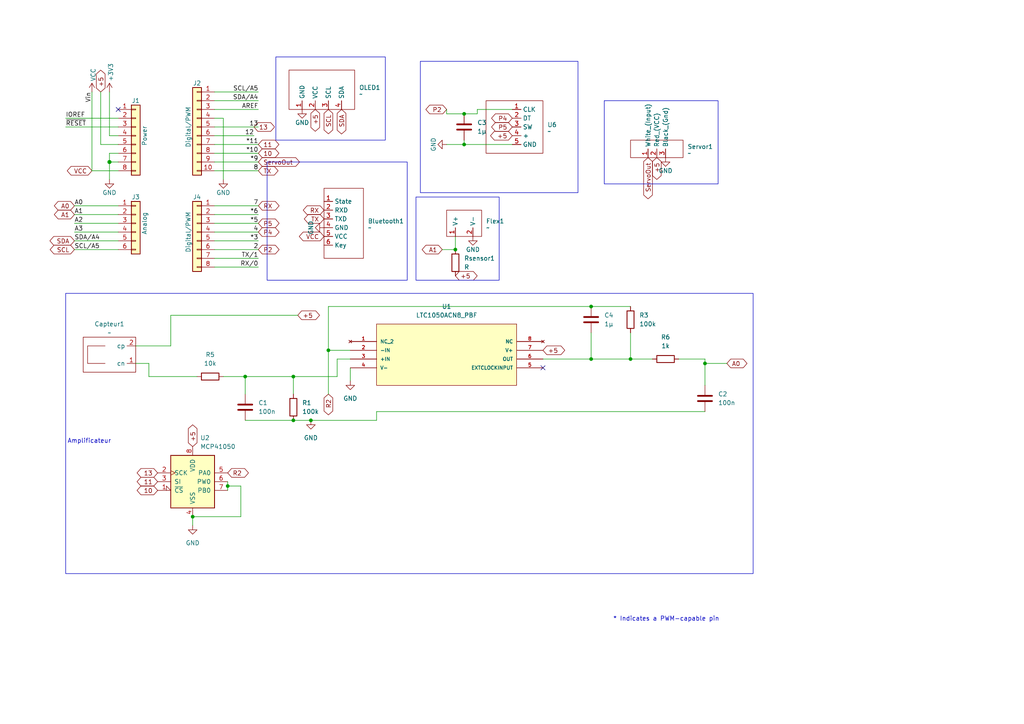
<source format=kicad_sch>
(kicad_sch (version 20231120) (generator "eeschema") (generator_version "8.0")
  (paper "A4")
  (title_block (date "mar. 31 mars 2015"))
  (lib_symbols
    (symbol "Connector_Generic:Conn_01x06" (pin_names (offset 1.016) hide)
      (property "Reference" "J" (at 0 7.62 0))
      (property "Value" "Conn_01x06" (at 0 -10.16 0))
      (symbol "Conn_01x06_1_1"
        (rectangle (start -1.27 -7.493) (end 0 -7.747) (stroke (width 0.1524)))
        (rectangle (start -1.27 -4.953) (end 0 -5.207) (stroke (width 0.1524)))
        (rectangle (start -1.27 -2.413) (end 0 -2.667) (stroke (width 0.1524)))
        (rectangle (start -1.27 0.127) (end 0 -0.127) (stroke (width 0.1524)))
        (rectangle (start -1.27 2.667) (end 0 2.413) (stroke (width 0.1524)))
        (rectangle (start -1.27 5.207) (end 0 4.953) (stroke (width 0.1524)))
        (rectangle (start -1.27 6.35) (end 1.27 -8.89) (stroke (width 0.254)) (fill (type background)))
        (pin passive line (at -5.08 5.08 0) (length 3.81) (name "Pin_1") (number "1"))
        (pin passive line (at -5.08 2.54 0) (length 3.81) (name "Pin_2") (number "2"))
        (pin passive line (at -5.08 0 0) (length 3.81) (name "Pin_3") (number "3"))
        (pin passive line (at -5.08 -2.54 0) (length 3.81) (name "Pin_4") (number "4"))
        (pin passive line (at -5.08 -5.08 0) (length 3.81) (name "Pin_5") (number "5"))
        (pin passive line (at -5.08 -7.62 0) (length 3.81) (name "Pin_6") (number "6"))
      )
    )
    (symbol "Connector_Generic:Conn_01x08" (pin_names (offset 1.016) hide)
      (property "Reference" "J" (at 0 10.16 0))
      (property "Value" "Conn_01x08" (at 0 -12.7 0))
      (symbol "Conn_01x08_1_1"
        (rectangle (start -1.27 -10.033) (end 0 -10.287) (stroke (width 0.1524)))
        (rectangle (start -1.27 -7.493) (end 0 -7.747) (stroke (width 0.1524)))
        (rectangle (start -1.27 -4.953) (end 0 -5.207) (stroke (width 0.1524)))
        (rectangle (start -1.27 -2.413) (end 0 -2.667) (stroke (width 0.1524)))
        (rectangle (start -1.27 0.127) (end 0 -0.127) (stroke (width 0.1524)))
        (rectangle (start -1.27 2.667) (end 0 2.413) (stroke (width 0.1524)))
        (rectangle (start -1.27 5.207) (end 0 4.953) (stroke (width 0.1524)))
        (rectangle (start -1.27 7.747) (end 0 7.493) (stroke (width 0.1524)))
        (rectangle (start -1.27 8.89) (end 1.27 -11.43) (stroke (width 0.254)) (fill (type background)))
        (pin passive line (at -5.08 7.62 0) (length 3.81) (name "Pin_1") (number "1"))
        (pin passive line (at -5.08 5.08 0) (length 3.81) (name "Pin_2") (number "2"))
        (pin passive line (at -5.08 2.54 0) (length 3.81) (name "Pin_3") (number "3"))
        (pin passive line (at -5.08 0 0) (length 3.81) (name "Pin_4") (number "4"))
        (pin passive line (at -5.08 -2.54 0) (length 3.81) (name "Pin_5") (number "5"))
        (pin passive line (at -5.08 -5.08 0) (length 3.81) (name "Pin_6") (number "6"))
        (pin passive line (at -5.08 -7.62 0) (length 3.81) (name "Pin_7") (number "7"))
        (pin passive line (at -5.08 -10.16 0) (length 3.81) (name "Pin_8") (number "8"))
      )
    )
    (symbol "Connector_Generic:Conn_01x10" (pin_names (offset 1.016) hide)
      (property "Reference" "J" (at 0 12.7 0))
      (property "Value" "Conn_01x10" (at 0 -15.24 0))
      (symbol "Conn_01x10_1_1"
        (rectangle (start -1.27 -12.573) (end 0 -12.827) (stroke (width 0.1524)))
        (rectangle (start -1.27 -10.033) (end 0 -10.287) (stroke (width 0.1524)))
        (rectangle (start -1.27 -7.493) (end 0 -7.747) (stroke (width 0.1524)))
        (rectangle (start -1.27 -4.953) (end 0 -5.207) (stroke (width 0.1524)))
        (rectangle (start -1.27 -2.413) (end 0 -2.667) (stroke (width 0.1524)))
        (rectangle (start -1.27 0.127) (end 0 -0.127) (stroke (width 0.1524)))
        (rectangle (start -1.27 2.667) (end 0 2.413) (stroke (width 0.1524)))
        (rectangle (start -1.27 5.207) (end 0 4.953) (stroke (width 0.1524)))
        (rectangle (start -1.27 7.747) (end 0 7.493) (stroke (width 0.1524)))
        (rectangle (start -1.27 10.287) (end 0 10.033) (stroke (width 0.1524)))
        (rectangle (start -1.27 11.43) (end 1.27 -13.97) (stroke (width 0.254)) (fill (type background)))
        (pin passive line (at -5.08 10.16 0) (length 3.81) (name "Pin_1") (number "1"))
        (pin passive line (at -5.08 -12.7 0) (length 3.81) (name "Pin_10") (number "10"))
        (pin passive line (at -5.08 7.62 0) (length 3.81) (name "Pin_2") (number "2"))
        (pin passive line (at -5.08 5.08 0) (length 3.81) (name "Pin_3") (number "3"))
        (pin passive line (at -5.08 2.54 0) (length 3.81) (name "Pin_4") (number "4"))
        (pin passive line (at -5.08 0 0) (length 3.81) (name "Pin_5") (number "5"))
        (pin passive line (at -5.08 -2.54 0) (length 3.81) (name "Pin_6") (number "6"))
        (pin passive line (at -5.08 -5.08 0) (length 3.81) (name "Pin_7") (number "7"))
        (pin passive line (at -5.08 -7.62 0) (length 3.81) (name "Pin_8") (number "8"))
        (pin passive line (at -5.08 -10.16 0) (length 3.81) (name "Pin_9") (number "9"))
      )
    )
    (symbol "Device:C" (pin_numbers hide) (pin_names (offset 0.254))
      (property "Reference" "C" (at 0.635 2.54 0))
      (property "Value" "C" (at 0.635 -2.54 0))
      (symbol "C_0_1"
        (polyline (pts (xy -2.032 -0.762) (xy 2.032 -0.762)) (stroke (width 0.508)))
        (polyline (pts (xy -2.032 0.762) (xy 2.032 0.762)) (stroke (width 0.508)))
      )
      (symbol "C_1_1"
        (pin passive line (at 0 3.81 270) (length 2.794) (name "~") (number "1"))
        (pin passive line (at 0 -3.81 90) (length 2.794) (name "~") (number "2"))
      )
    )
    (symbol "Device:R" (pin_numbers hide) (pin_names (offset 0))
      (property "Reference" "R" (at 2.032 0 90))
      (property "Value" "R" (at 0 0 90))
      (symbol "R_0_1"
        (rectangle (start -1.016 -2.54) (end 1.016 2.54) (stroke (width 0.254)))
      )
      (symbol "R_1_1"
        (pin passive line (at 0 3.81 270) (length 1.27) (name "~") (number "1"))
        (pin passive line (at 0 -3.81 90) (length 1.27) (name "~") (number "2"))
      )
    )
    (symbol "GND_1" (power) (pin_numbers hide) (pin_names (offset 0) hide)
      (property "Value" "GND" (at 0 -3.81 0))
      (symbol "GND_1_0_1"
        (polyline (pts (xy 0 0) (xy 0 -1.27) (xy 1.27 -1.27) (xy 0 -2.54) (xy -1.27 -1.27) (xy 0 -1.27)))
      )
      (symbol "GND_1_1_1"
        (pin power_in line (at 0 0 270) (length 0) (name "~") (number "1"))
      )
    )
    (symbol "Lib_Bluetooth:CapteurGraph"
      (property "Reference" "U" (at 0 0 0))
      (symbol "CapteurGraph_0_1"
        (rectangle (start -5.08 15.24) (end 5.08 0))
        (polyline (pts (xy -2.54 8.89) (xy -2.54 13.97) (xy 2.54 13.97) (xy 2.54 8.89)))
      )
      (symbol "CapteurGraph_1_1"
        (pin input line (at -2.54 0 90) (length 2.54) (name "cn") (number "1"))
        (pin input line (at 2.54 0 90) (length 2.54) (name "cp") (number "2"))
      )
    )
    (symbol "Lib_Bluetooth:FlexSensor"
      (property "Reference" "U" (at 0 0 0))
      (symbol "FlexSensor_0_1"
        (rectangle (start -5.08 0) (end 5.08 7.62))
      )
      (symbol "FlexSensor_1_1"
        (pin input line (at -2.54 0 90) (length 2.54) (name "V+") (number "1"))
        (pin input line (at 2.54 0 90) (length 2.54) (name "V-") (number "2"))
      )
    )
    (symbol "Lib_Bluetooth:HC-05"
      (property "Reference" "U" (at 0 0 0))
      (symbol "HC-05_0_1"
        (rectangle (start -10.16 0) (end 10.16 11.43))
      )
      (symbol "HC-05_1_1"
        (pin input line (at -6.35 0 90) (length 2.54) (name "State") (number "1"))
        (pin input line (at -3.81 0 90) (length 2.54) (name "RXD") (number "2"))
        (pin input line (at -1.27 0 90) (length 2.54) (name "TXD") (number "3"))
        (pin input line (at 1.27 0 90) (length 2.54) (name "GND") (number "4"))
        (pin input line (at 3.81 0 90) (length 2.54) (name "VCC") (number "5"))
        (pin input line (at 6.35 0 90) (length 2.54) (name "Key") (number "6"))
      )
    )
    (symbol "Lib_Bluetooth:LTC1050ACN8_PBF" (pin_names (offset 1.016))
      (property "Reference" "U" (at 23.2285 9.1237 0))
      (property "Value" "LTC1050ACN8_PBF" (at 22.6204 6.5902 0))
      (symbol "LTC1050ACN8_PBF_0_0"
        (rectangle (start 7.62 -12.7) (end 48.26 5.08) (stroke (width 0.1524)) (fill (type background)))
        (pin no_connect line (at 0 0 0) (length 7.62) (name "NC_2") (number "1"))
        (pin input line (at 0 -2.54 0) (length 7.62) (name "-IN") (number "2"))
        (pin input line (at 0 -5.08 0) (length 7.62) (name "+IN") (number "3"))
        (pin power_in line (at 0 -7.62 0) (length 7.62) (name "V-") (number "4"))
        (pin input line (at 55.88 -7.62 180) (length 7.62) (name "EXTCLOCKINPUT") (number "5"))
        (pin output line (at 55.88 -5.08 180) (length 7.62) (name "OUT") (number "6"))
        (pin power_in line (at 55.88 -2.54 180) (length 7.62) (name "V+") (number "7"))
        (pin no_connect line (at 55.88 0 180) (length 7.62) (name "NC") (number "8"))
      )
    )
    (symbol "Lib_Bluetooth:OLED"
      (property "Reference" "U" (at 0 0 0))
      (symbol "OLED_0_1"
        (rectangle (start -8.89 11.43) (end 10.16 0))
      )
      (symbol "OLED_1_1"
        (pin input line (at -5.08 0 90) (length 2.54) (name "GND") (number "1"))
        (pin input line (at -1.27 0 90) (length 2.54) (name "VCC") (number "2"))
        (pin input line (at 2.54 0 90) (length 2.54) (name "SCL") (number "3"))
        (pin input line (at 6.35 0 90) (length 2.54) (name "SDA") (number "4"))
      )
    )
    (symbol "Lib_Bluetooth:Rotatoire"
      (property "Reference" "U" (at 0 0 0))
      (symbol "Rotatoire_0_1"
        (rectangle (start -7.62 7.62) (end 8.89 -7.62))
      )
      (symbol "Rotatoire_1_1"
        (pin input line (at 0 5.08 0) (length 2.54) (name "CLK") (number "1"))
        (pin input line (at 0 2.54 0) (length 2.54) (name "DT") (number "2"))
        (pin input line (at 0 0 0) (length 2.54) (name "SW") (number "3"))
        (pin input line (at 0 -2.54 0) (length 2.54) (name "+") (number "4"))
        (pin input line (at 0 -5.08 0) (length 2.54) (name "GND") (number "5"))
      )
    )
    (symbol "Lib_Bluetooth:ServoMotor"
      (property "Reference" "U" (at 0 0 0))
      (symbol "ServoMotor_0_1"
        (rectangle (start -7.62 0) (end 7.62 5.08))
      )
      (symbol "ServoMotor_1_1"
        (pin input line (at -2.54 0 90) (length 2.54) (name "White_(Input)") (number "1"))
        (pin input line (at 0 0 90) (length 2.54) (name "Red_(VCC)") (number "2"))
        (pin input line (at 2.54 0 90) (length 2.54) (name "Black_(Gnd)") (number "3"))
      )
    )
    (symbol "Potentiometer_Digital:MCP41050" (pin_names (offset 1.016))
      (property "Reference" "U" (at -6.35 8.89 0))
      (property "Value" "MCP41050" (at 1.27 8.89 0))
      (symbol "MCP41050_0_1"
        (rectangle (start -6.35 7.62) (end 6.35 -7.62) (stroke (width 0.254)) (fill (type background)))
      )
      (symbol "MCP41050_1_1"
        (pin input input_low (at -10.16 -2.54 0) (length 3.81) (name "~{CS}") (number "1"))
        (pin passive clock (at -10.16 2.54 0) (length 3.81) (name "SCK") (number "2"))
        (pin input line (at -10.16 0 0) (length 3.81) (name "SI") (number "3"))
        (pin power_in line (at 0 -10.16 90) (length 2.54) (name "VSS") (number "4"))
        (pin passive line (at 10.16 2.54 180) (length 3.81) (name "PA0") (number "5"))
        (pin passive line (at 10.16 0 180) (length 3.81) (name "PW0") (number "6"))
        (pin passive line (at 10.16 -2.54 180) (length 3.81) (name "PB0") (number "7"))
        (pin power_in line (at 0 10.16 270) (length 2.54) (name "VDD") (number "8"))
      )
    )
    (symbol "power:+3V3" (power) (pin_names (offset 0))
      (property "Value" "+3V3" (at 0 3.556 0))
      (symbol "+3V3_0_1"
        (polyline (pts (xy -0.762 1.27) (xy 0 2.54)))
        (polyline (pts (xy 0 0) (xy 0 2.54)))
        (polyline (pts (xy 0 2.54) (xy 0.762 1.27)))
      )
      (symbol "+3V3_1_1"
        (pin power_in line (at 0 0 90) (length 0) hide (name "+3V3") (number "1"))
      )
    )
    (symbol "power:GND" (power) (pin_names (offset 0))
      (property "Value" "GND" (at 0 -3.81 0))
      (symbol "GND_0_1"
        (polyline (pts (xy 0 0) (xy 0 -1.27) (xy 1.27 -1.27) (xy 0 -2.54) (xy -1.27 -1.27) (xy 0 -1.27)))
      )
      (symbol "GND_1_1"
        (pin power_in line (at 0 0 270) (length 0) hide (name "GND") (number "1"))
      )
    )
    (symbol "power:VCC" (power) (pin_names (offset 0))
      (property "Value" "VCC" (at 0 3.81 0))
      (symbol "VCC_0_1"
        (polyline (pts (xy -0.762 1.27) (xy 0 2.54)))
        (polyline (pts (xy 0 0) (xy 0 2.54)))
        (polyline (pts (xy 0 2.54) (xy 0.762 1.27)))
      )
      (symbol "VCC_1_1"
        (pin power_in line (at 0 0 90) (length 0) hide (name "VCC") (number "1"))
      )
    )
  )
  (junction (at 134.62 33.02))
  (junction (at 71.12 109.22))
  (junction (at 31.75 46.99) (diameter 1.016))
  (junction (at 90.17 121.92))
  (junction (at 171.45 88.9))
  (junction (at 134.62 41.91))
  (junction (at 132.08 72.39))
  (junction (at 85.09 109.22))
  (junction (at 95.25 101.6))
  (junction (at 204.47 105.41))
  (junction (at 182.88 104.14))
  (junction (at 66.04 140.97))
  (junction (at 171.45 104.14))
  (junction (at 55.88 149.86))
  (junction (at 85.09 121.92))
  (no_connect (at 157.48 106.68))
  (no_connect (at 34.29 31.75))
  (wire (pts (xy 62.23 77.47) (xy 74.93 77.47)))
  (wire (pts (xy 62.23 44.45) (xy 74.93 44.45)))
  (wire (pts (xy 171.45 104.14) (xy 182.88 104.14)))
  (wire (pts (xy 49.53 100.33) (xy 49.53 91.44)))
  (wire (pts (xy 62.23 26.67) (xy 74.93 26.67)))
  (wire (pts (xy 95.25 101.6) (xy 101.6 101.6)))
  (wire (pts (xy 95.25 88.9) (xy 171.45 88.9)))
  (wire (pts (xy 57.15 109.22) (xy 43.18 109.22)))
  (wire (pts (xy 129.54 33.02) (xy 134.62 33.02)))
  (wire (pts (xy 31.75 44.45) (xy 31.75 46.99)))
  (wire (pts (xy 95.25 101.6) (xy 95.25 114.3)))
  (wire (pts (xy 21.59 72.39) (xy 34.29 72.39)))
  (wire (pts (xy 71.12 109.22) (xy 85.09 109.22)))
  (wire (pts (xy 64.77 109.22) (xy 71.12 109.22)))
  (wire (pts (xy 31.75 46.99) (xy 31.75 52.07)))
  (wire (pts (xy 73.66 39.37) (xy 62.23 39.37)))
  (wire (pts (xy 31.75 39.37) (xy 34.29 39.37)))
  (wire (pts (xy 97.79 104.14) (xy 101.6 104.14)))
  (wire (pts (xy 29.21 41.91) (xy 34.29 41.91)))
  (wire (pts (xy 29.21 26.67) (xy 29.21 41.91)))
  (wire (pts (xy 39.37 100.33) (xy 49.53 100.33)))
  (wire (pts (xy 62.23 36.83) (xy 74.93 36.83)))
  (wire (pts (xy 129.54 31.75) (xy 129.54 33.02)))
  (wire (pts (xy 31.75 26.67) (xy 31.75 39.37)))
  (wire (pts (xy 62.23 59.69) (xy 74.93 59.69)))
  (wire (pts (xy 49.53 91.44) (xy 86.36 91.44)))
  (wire (pts (xy 34.29 59.69) (xy 21.59 59.69)))
  (wire (pts (xy 69.85 140.97) (xy 69.85 149.86)))
  (wire (pts (xy 138.43 33.02) (xy 138.43 31.75)))
  (wire (pts (xy 62.23 62.23) (xy 74.93 62.23)))
  (wire (pts (xy 55.88 152.4) (xy 55.88 149.86)))
  (wire (pts (xy 95.25 88.9) (xy 95.25 101.6)))
  (wire (pts (xy 171.45 96.52) (xy 171.45 104.14)))
  (wire (pts (xy 134.62 41.91) (xy 134.62 40.64)))
  (wire (pts (xy 129.54 41.91) (xy 134.62 41.91)))
  (wire (pts (xy 196.85 104.14) (xy 204.47 104.14)))
  (wire (pts (xy 62.23 46.99) (xy 74.93 46.99)))
  (wire (pts (xy 43.18 109.22) (xy 43.18 105.41)))
  (wire (pts (xy 62.23 67.31) (xy 74.93 67.31)))
  (wire (pts (xy 134.62 33.02) (xy 138.43 33.02)))
  (wire (pts (xy 19.05 34.29) (xy 34.29 34.29)))
  (wire (pts (xy 204.47 104.14) (xy 204.47 105.41)))
  (wire (pts (xy 85.09 109.22) (xy 97.79 109.22)))
  (wire (pts (xy 204.47 105.41) (xy 204.47 111.76)))
  (wire (pts (xy 43.18 105.41) (xy 39.37 105.41)))
  (wire (pts (xy 64.77 34.29) (xy 64.77 52.07)))
  (wire (pts (xy 62.23 31.75) (xy 74.93 31.75)))
  (wire (pts (xy 34.29 64.77) (xy 21.59 64.77)))
  (wire (pts (xy 19.05 36.83) (xy 34.29 36.83)))
  (wire (pts (xy 34.29 46.99) (xy 31.75 46.99)))
  (wire (pts (xy 97.79 109.22) (xy 97.79 104.14)))
  (wire (pts (xy 66.04 139.7) (xy 66.04 140.97)))
  (wire (pts (xy 182.88 96.52) (xy 182.88 104.14)))
  (wire (pts (xy 34.29 49.53) (xy 26.67 49.53)))
  (wire (pts (xy 90.17 121.92) (xy 109.22 121.92)))
  (wire (pts (xy 21.59 62.23) (xy 34.29 62.23)))
  (wire (pts (xy 66.04 140.97) (xy 66.04 142.24)))
  (wire (pts (xy 128.27 72.39) (xy 132.08 72.39)))
  (wire (pts (xy 157.48 104.14) (xy 171.45 104.14)))
  (wire (pts (xy 62.23 34.29) (xy 64.77 34.29)))
  (wire (pts (xy 182.88 104.14) (xy 189.23 104.14)))
  (wire (pts (xy 34.29 44.45) (xy 31.75 44.45)))
  (wire (pts (xy 134.62 41.91) (xy 148.59 41.91)))
  (wire (pts (xy 62.23 41.91) (xy 74.93 41.91)))
  (wire (pts (xy 204.47 119.38) (xy 109.22 119.38)))
  (wire (pts (xy 71.12 121.92) (xy 85.09 121.92)))
  (wire (pts (xy 62.23 64.77) (xy 74.93 64.77)))
  (wire (pts (xy 21.59 67.31) (xy 34.29 67.31)))
  (wire (pts (xy 132.08 68.58) (xy 132.08 72.39)))
  (wire (pts (xy 138.43 31.75) (xy 148.59 31.75)))
  (wire (pts (xy 85.09 109.22) (xy 85.09 114.3)))
  (wire (pts (xy 62.23 29.21) (xy 74.93 29.21)))
  (wire (pts (xy 69.85 149.86) (xy 55.88 149.86)))
  (wire (pts (xy 62.23 72.39) (xy 74.93 72.39)))
  (wire (pts (xy 62.23 69.85) (xy 74.93 69.85)))
  (wire (pts (xy 66.04 140.97) (xy 69.85 140.97)))
  (wire (pts (xy 171.45 88.9) (xy 182.88 88.9)))
  (wire (pts (xy 109.22 119.38) (xy 109.22 121.92)))
  (wire (pts (xy 62.23 74.93) (xy 74.93 74.93)))
  (wire (pts (xy 26.67 49.53) (xy 26.67 26.67)))
  (wire (pts (xy 85.09 121.92) (xy 90.17 121.92)))
  (wire (pts (xy 204.47 105.41) (xy 210.82 105.41)))
  (wire (pts (xy 34.29 69.85) (xy 21.59 69.85)))
  (wire (pts (xy 101.6 106.68) (xy 101.6 110.49)))
  (wire (pts (xy 62.23 49.53) (xy 74.93 49.53)))
  (wire (pts (xy 71.12 109.22) (xy 71.12 114.3)))
  (rectangle (start 175.26 29.21) (end 208.28 53.34))
  (rectangle (start 121.92 17.78) (end 167.64 55.88))
  (rectangle (start 19.05 85.09) (end 218.44 166.37))
  (rectangle (start 80.01 16.51) (end 111.76 40.64))
  (rectangle (start 120.65 57.15) (end 144.78 81.28))
  (rectangle (start 77.47 46.99) (end 118.11 81.28))
  (text "Amplificateur" (at 25.908 128.016 0) (effects (font (size 1.27 1.27))))
  (text "* Indicates a PWM-capable pin" (at 177.8 180.34 0) (effects (font (size 1.27 1.27)) (justify left bottom)))
  (label "RX{slash}0" (at 74.93 77.47 180))
  (label "A2" (at 21.59 64.77 0))
  (label "4" (at 74.93 67.31 180))
  (label "2" (at 74.93 72.39 180))
  (label "A3" (at 21.59 67.31 0))
  (label "13" (at 74.93 36.83 180))
  (label "12" (at 73.66 39.37 180))
  (label "~{RESET}" (at 19.05 36.83 0))
  (label "*10" (at 74.93 44.45 180))
  (label "7" (at 74.93 59.69 180))
  (label "SDA{slash}A4" (at 74.93 29.21 180))
  (label "8" (at 74.93 49.53 180))
  (label "*11" (at 74.93 41.91 180))
  (label "*3" (at 74.93 69.85 180))
  (label "A1" (at 21.59 62.23 0))
  (label "TX{slash}1" (at 74.93 74.93 180))
  (label "A0" (at 21.59 59.69 0))
  (label "AREF" (at 74.93 31.75 180))
  (label "Vin" (at 26.67 26.67 270))
  (label "*6" (at 74.93 62.23 180))
  (label "SCL{slash}A5" (at 74.93 26.67 180))
  (label "*9" (at 74.93 46.99 180))
  (label "*5" (at 74.93 64.77 180))
  (label "IOREF" (at 19.05 34.29 0))
  (label "SDA{slash}A4" (at 21.59 69.85 0))
  (label "SCL{slash}A5" (at 21.59 72.39 0))
  (global_label "13" (shape bidirectional) (at 73.66 36.83 0) (property "Intersheetrefs" "${INTERSHEET_REFS}" (effects (hide yes))))
  (global_label "A1" (shape bidirectional) (at 128.27 72.39 180) (property "Intersheetrefs" "${INTERSHEET_REFS}" (effects (hide yes))))
  (global_label "TX" (shape bidirectional) (at 74.93 49.53 0) (property "Intersheetrefs" "${INTERSHEET_REFS}" (effects (hide yes))))
  (global_label "13" (shape bidirectional) (at 45.72 137.16 180) (property "Intersheetrefs" "${INTERSHEET_REFS}" (effects (hide yes))))
  (global_label "P2" (shape bidirectional) (at 74.93 72.39 0) (property "Intersheetrefs" "${INTERSHEET_REFS}" (effects (hide yes))))
  (global_label "+5" (shape bidirectional) (at 148.59 39.37 180) (property "Intersheetrefs" "${INTERSHEET_REFS}" (effects (hide yes))))
  (global_label "ServoOut" (shape bidirectional) (at 187.96 45.72 270) (property "Intersheetrefs" "${INTERSHEET_REFS}" (effects (hide yes))))
  (global_label "RX" (shape bidirectional) (at 74.93 59.69 0) (property "Intersheetrefs" "${INTERSHEET_REFS}" (effects (hide yes))))
  (global_label "+5" (shape bidirectional) (at 190.5 45.72 270) (property "Intersheetrefs" "${INTERSHEET_REFS}" (effects (hide yes))))
  (global_label "P4" (shape bidirectional) (at 74.93 67.31 0) (property "Intersheetrefs" "${INTERSHEET_REFS}" (effects (hide yes))))
  (global_label "P5" (shape bidirectional) (at 148.59 36.83 180) (property "Intersheetrefs" "${INTERSHEET_REFS}" (effects (hide yes))))
  (global_label "SCL" (shape bidirectional) (at 21.59 72.39 180) (property "Intersheetrefs" "${INTERSHEET_REFS}" (effects (hide yes))))
  (global_label "+5" (shape bidirectional) (at 157.48 101.6 0) (property "Intersheetrefs" "${INTERSHEET_REFS}" (effects (hide yes))))
  (global_label "A0" (shape bidirectional) (at 21.59 59.69 180) (property "Intersheetrefs" "${INTERSHEET_REFS}" (effects (hide yes))))
  (global_label "R2" (shape bidirectional) (at 95.25 114.3 270) (property "Intersheetrefs" "${INTERSHEET_REFS}" (effects (hide yes))))
  (global_label "10" (shape bidirectional) (at 45.72 142.24 180) (property "Intersheetrefs" "${INTERSHEET_REFS}" (effects (hide yes))))
  (global_label "P4" (shape bidirectional) (at 148.59 34.29 180) (property "Intersheetrefs" "${INTERSHEET_REFS}" (effects (hide yes))))
  (global_label "11" (shape bidirectional) (at 45.72 139.7 180) (property "Intersheetrefs" "${INTERSHEET_REFS}" (effects (hide yes))))
  (global_label "RX" (shape bidirectional) (at 93.98 60.96 180) (property "Intersheetrefs" "${INTERSHEET_REFS}" (effects (hide yes))))
  (global_label "P2" (shape bidirectional) (at 129.54 31.75 180) (property "Intersheetrefs" "${INTERSHEET_REFS}" (effects (hide yes))))
  (global_label "SDA" (shape bidirectional) (at 21.59 69.85 180) (property "Intersheetrefs" "${INTERSHEET_REFS}" (effects (hide yes))))
  (global_label "A1" (shape bidirectional) (at 21.59 62.23 180) (property "Intersheetrefs" "${INTERSHEET_REFS}" (effects (hide yes))))
  (global_label "VCC" (shape bidirectional) (at 93.98 68.58 180) (property "Intersheetrefs" "${INTERSHEET_REFS}" (effects (hide yes))))
  (global_label "SCL" (shape bidirectional) (at 95.25 31.75 270) (property "Intersheetrefs" "${INTERSHEET_REFS}" (effects (hide yes))))
  (global_label "10" (shape bidirectional) (at 74.93 44.45 0) (property "Intersheetrefs" "${INTERSHEET_REFS}" (effects (hide yes))))
  (global_label "+5" (shape bidirectional) (at 29.21 26.67 90) (property "Intersheetrefs" "${INTERSHEET_REFS}" (effects (hide yes))))
  (global_label "+5" (shape bidirectional) (at 132.08 80.01 0) (property "Intersheetrefs" "${INTERSHEET_REFS}" (effects (hide yes))))
  (global_label "A0" (shape bidirectional) (at 210.82 105.41 0) (property "Intersheetrefs" "${INTERSHEET_REFS}" (effects (hide yes))))
  (global_label "+5" (shape bidirectional) (at 55.88 129.54 90) (property "Intersheetrefs" "${INTERSHEET_REFS}" (effects (hide yes))))
  (global_label "TX" (shape bidirectional) (at 93.98 63.5 180) (property "Intersheetrefs" "${INTERSHEET_REFS}" (effects (hide yes))))
  (global_label "R2" (shape bidirectional) (at 66.04 137.16 0) (property "Intersheetrefs" "${INTERSHEET_REFS}" (effects (hide yes))))
  (global_label "11" (shape bidirectional) (at 74.93 41.91 0) (property "Intersheetrefs" "${INTERSHEET_REFS}" (effects (hide yes))))
  (global_label "VCC" (shape bidirectional) (at 26.67 49.53 180) (property "Intersheetrefs" "${INTERSHEET_REFS}" (effects (hide yes))))
  (global_label "ServoOut" (shape bidirectional) (at 74.93 46.99 0) (property "Intersheetrefs" "${INTERSHEET_REFS}" (effects (hide yes))))
  (global_label "+5" (shape bidirectional) (at 86.36 91.44 0) (property "Intersheetrefs" "${INTERSHEET_REFS}" (effects (hide yes))))
  (global_label "+5" (shape bidirectional) (at 91.44 31.75 270) (property "Intersheetrefs" "${INTERSHEET_REFS}" (effects (hide yes))))
  (global_label "P5" (shape bidirectional) (at 74.93 64.77 0) (property "Intersheetrefs" "${INTERSHEET_REFS}" (effects (hide yes))))
  (global_label "SDA" (shape bidirectional) (at 99.06 31.75 270) (property "Intersheetrefs" "${INTERSHEET_REFS}" (effects (hide yes))))
  (symbol (lib_id "Connector_Generic:Conn_01x08") (at 39.37 39.37 0) (unit 1)
    (property "Reference" "J1" (at 39.37 29.21 0))
    (property "Value" "Power" (at 41.91 39.37 90))
    (property "Footprint" "Connector_PinSocket_2.54mm:PinSocket_1x08_P2.54mm_Vertical" (effects (hide yes)))
  )
  (symbol (lib_id "power:+3V3") (at 31.75 26.67 0) (unit 1)
    (property "Reference" "#PWR03" (effects (hide yes)))
    (property "Value" "+3V3" (at 32.131 23.622 90) (effects (justify left)))
  )
  (symbol (lib_id "power:GND") (at 31.75 52.07 0) (unit 1)
    (property "Reference" "#PWR04" (effects (hide yes)))
    (property "Value" "GND" (at 31.75 55.88 0))
  )
  (symbol (lib_id "Connector_Generic:Conn_01x10") (at 57.15 36.83 0) (mirror y) (unit 1)
    (property "Reference" "J2" (at 57.15 24.13 0))
    (property "Value" "Digital/PWM" (at 54.61 36.83 90))
    (property "Footprint" "Connector_PinSocket_2.54mm:PinSocket_1x10_P2.54mm_Vertical" (effects (hide yes)))
  )
  (symbol (lib_id "power:GND") (at 64.77 52.07 0) (unit 1)
    (property "Reference" "#PWR05" (effects (hide yes)))
    (property "Value" "GND" (at 64.77 55.88 0))
  )
  (symbol (lib_id "Connector_Generic:Conn_01x06") (at 39.37 64.77 0) (unit 1)
    (property "Reference" "J3" (at 39.37 57.15 0))
    (property "Value" "Analog" (at 41.91 64.77 90))
    (property "Footprint" "Connector_PinSocket_2.54mm:PinSocket_1x06_P2.54mm_Vertical" (effects (hide yes)))
  )
  (symbol (lib_id "Connector_Generic:Conn_01x08") (at 57.15 67.31 0) (mirror y) (unit 1)
    (property "Reference" "J4" (at 57.15 57.15 0))
    (property "Value" "Digital/PWM" (at 54.61 67.31 90))
    (property "Footprint" "Connector_PinSocket_2.54mm:PinSocket_1x08_P2.54mm_Vertical" (effects (hide yes)))
  )
  (symbol (lib_id "Device:C") (at 134.62 36.83 0) (unit 1)
    (property "Reference" "C3" (at 138.43 35.5599 0) (effects (justify left)))
    (property "Value" "1µ" (at 138.43 38.0999 0) (effects (justify left)))
    (property "Footprint" "Capacitor_THT:C_Rect_L7.0mm_W4.5mm_P5.00mm" (effects (hide yes)))
    (property "Description" "Unpolarized capacitor" (effects (hide yes)))
  )
  (symbol (lib_name "GND_1") (lib_id "power:GND") (at 101.6 110.49 0) (unit 1)
    (property "Reference" "#PWR013" (effects (hide yes)))
    (property "Value" "GND" (at 101.6 115.57 0))
    (property "Description" "Power symbol creates a global label with name \"GND\" , ground" (effects (hide yes)))
  )
  (symbol (lib_id "power:GND") (at 193.04 45.72 0) (unit 1)
    (property "Reference" "#PWR010" (effects (hide yes)))
    (property "Value" "GND" (at 193.04 49.53 0))
  )
  (symbol (lib_id "Device:C") (at 171.45 92.71 0) (unit 1)
    (property "Reference" "C4" (at 175.26 91.4399 0) (effects (justify left)))
    (property "Value" "1µ" (at 175.26 93.9799 0) (effects (justify left)))
    (property "Footprint" "Capacitor_THT:C_Rect_L7.0mm_W4.5mm_P5.00mm" (effects (hide yes)))
    (property "Description" "Unpolarized capacitor" (effects (hide yes)))
  )
  (symbol (lib_id "Lib_Bluetooth:Rotatoire") (at 148.59 36.83 0) (unit 1)
    (property "Reference" "U6" (at 158.75 36.1949 0) (effects (justify left)))
    (property "Value" "~" (at 158.75 38.1 0) (effects (justify left)))
    (property "Footprint" "Ma_Lib_Empreinte_Projet_Capteur:Rotatoire" (effects (hide yes)))
  )
  (symbol (lib_id "power:GND") (at 87.63 31.75 0) (unit 1)
    (property "Reference" "#PWR08" (effects (hide yes)))
    (property "Value" "GND" (at 87.63 35.56 0))
  )
  (symbol (lib_id "Device:R") (at 182.88 92.71 180) (unit 1)
    (property "Reference" "R3" (at 185.42 91.4399 0) (effects (justify right)))
    (property "Value" "100k" (at 185.42 93.9799 0) (effects (justify right)))
    (property "Footprint" "Resistor_THT:R_Axial_DIN0309_L9.0mm_D3.2mm_P5.08mm_Vertical" (effects (hide yes)))
    (property "Description" "Resistor" (effects (hide yes)))
  )
  (symbol (lib_id "Lib_Bluetooth:OLED") (at 92.71 31.75 0) (unit 1)
    (property "Reference" "OLED1" (at 104.14 25.3999 0) (effects (justify left)))
    (property "Value" "~" (at 104.14 27.305 0) (effects (justify left)))
    (property "Footprint" "Ma_Lib_Empreinte_Projet_Capteur:OLED" (effects (hide yes)))
  )
  (symbol (lib_id "Device:R") (at 60.96 109.22 90) (unit 1)
    (property "Reference" "R5" (at 60.96 102.87 90))
    (property "Value" "10k" (at 60.96 105.41 90))
    (property "Footprint" "Resistor_THT:R_Axial_DIN0309_L9.0mm_D3.2mm_P5.08mm_Vertical" (effects (hide yes)))
    (property "Description" "Resistor" (effects (hide yes)))
  )
  (symbol (lib_id "Lib_Bluetooth:LTC1050ACN8_PBF") (at 101.6 99.06 0) (unit 1)
    (property "Reference" "U1" (at 129.54 88.9 0))
    (property "Value" "LTC1050ACN8_PBF" (at 129.54 91.44 0))
    (property "Footprint" "Ma_Lib_Empreinte_Projet_Capteur:LTC1050" (effects (hide yes)))
    (property "MF" "Analog Devices" (effects (hide yes)))
    (property "VENDOR" "Linear Technology" (effects (hide yes)))
    (property "Description_1" "\n                        \n                            LTC1050 - Precision Zero-Drift Operational Amplifier with Internal Capacitors\n                        \n" (effects (hide yes)))
    (property "COPYRIGHT" "Copyright C 2016 Accelerated Designs. All rights reserved" (effects (hide yes)))
    (property "Package" "PDIP-8 Linear Technology" (effects (hide yes)))
    (property "Price" "None" (effects (hide yes)))
    (property "Check_prices" "https://www.snapeda.com/parts/LTC1050ACN8%23PBF/Analog+Devices/view-part/?ref=eda" (effects (hide yes)))
    (property "SnapEDA_Link" "https://www.snapeda.com/parts/LTC1050ACN8%23PBF/Analog+Devices/view-part/?ref=snap" (effects (hide yes)))
    (property "MP" "LTC1050ACN8#PBF" (effects (hide yes)))
    (property "Availability" "In Stock" (effects (hide yes)))
    (property "MANUFACTURER_PART_NUMBER" "ltc1050acn8" (effects (hide yes)))
  )
  (symbol (lib_id "Lib_Bluetooth:CapteurGraph") (at 39.37 102.87 90) (unit 1)
    (property "Reference" "Capteur1" (at 31.75 93.98 90))
    (property "Value" "~" (at 31.75 96.52 90))
    (property "Footprint" "Ma_Lib_Empreinte_Projet_Capteur:CapteurGraph" (effects (hide yes)))
  )
  (symbol (lib_id "Device:R") (at 132.08 76.2 0) (unit 1)
    (property "Reference" "Rsensor1" (at 134.62 74.9299 0) (effects (justify left)))
    (property "Value" "R" (at 134.62 77.4699 0) (effects (justify left)))
    (property "Footprint" "Resistor_THT:R_Axial_DIN0204_L3.6mm_D1.6mm_P1.90mm_Vertical" (effects (hide yes)))
    (property "Description" "Resistor" (effects (hide yes)))
  )
  (symbol (lib_id "power:VCC") (at 26.67 26.67 0) (unit 1)
    (property "Reference" "#PWR01" (effects (hide yes)))
    (property "Value" "VCC" (at 27.051 23.622 90) (effects (justify left)))
  )
  (symbol (lib_id "Device:C") (at 204.47 115.57 0) (unit 1)
    (property "Reference" "C2" (at 208.28 114.2999 0) (effects (justify left)))
    (property "Value" "100n" (at 208.28 116.8399 0) (effects (justify left)))
    (property "Footprint" "Capacitor_THT:C_Disc_D5.0mm_W2.5mm_P5.00mm" (effects (hide yes)))
    (property "Description" "Unpolarized capacitor" (effects (hide yes)))
  )
  (symbol (lib_name "GND_1") (lib_id "power:GND") (at 90.17 121.92 0) (unit 1)
    (property "Reference" "#PWR06" (effects (hide yes)))
    (property "Value" "GND" (at 90.17 127 0))
    (property "Description" "Power symbol creates a global label with name \"GND\" , ground" (effects (hide yes)))
  )
  (symbol (lib_id "Device:R") (at 85.09 118.11 180) (unit 1)
    (property "Reference" "R1" (at 87.63 116.8399 0) (effects (justify right)))
    (property "Value" "100k" (at 87.63 119.3799 0) (effects (justify right)))
    (property "Footprint" "Resistor_THT:R_Axial_DIN0309_L9.0mm_D3.2mm_P5.08mm_Vertical" (effects (hide yes)))
    (property "Description" "Resistor" (effects (hide yes)))
  )
  (symbol (lib_name "GND_1") (lib_id "power:GND") (at 55.88 152.4 0) (unit 1)
    (property "Reference" "#PWR012" (effects (hide yes)))
    (property "Value" "GND" (at 55.88 157.48 0))
    (property "Description" "Power symbol creates a global label with name \"GND\" , ground" (effects (hide yes)))
  )
  (symbol (lib_id "Lib_Bluetooth:HC-05") (at 93.98 64.77 270) (unit 1)
    (property "Reference" "Bluetooth1" (at 106.68 64.1349 90) (effects (justify left)))
    (property "Value" "~" (at 106.68 66.04 90) (effects (justify left)))
    (property "Footprint" "Ma_Lib_Empreinte_Projet_Capteur:HC05" (effects (hide yes)))
  )
  (symbol (lib_id "Lib_Bluetooth:FlexSensor") (at 134.62 68.58 0) (unit 1)
    (property "Reference" "Flex1" (at 140.97 64.1349 0) (effects (justify left)))
    (property "Value" "~" (at 140.97 66.04 0) (effects (justify left)))
    (property "Footprint" "Ma_Lib_Empreinte_Projet_Capteur:FlexSensor" (effects (hide yes)))
  )
  (symbol (lib_id "Lib_Bluetooth:ServoMotor") (at 190.5 45.72 0) (unit 1)
    (property "Reference" "Servor1" (at 199.39 42.5449 0) (effects (justify left)))
    (property "Value" "~" (at 199.39 44.45 0) (effects (justify left)))
    (property "Footprint" "Ma_Lib_Empreinte_Projet_Capteur:ServoMotor" (effects (hide yes)))
  )
  (symbol (lib_id "power:GND") (at 93.98 66.04 270) (unit 1)
    (property "Reference" "#PWR07" (effects (hide yes)))
    (property "Value" "GND" (at 90.17 66.04 0))
  )
  (symbol (lib_id "power:GND") (at 137.16 68.58 0) (unit 1)
    (property "Reference" "#PWR011" (effects (hide yes)))
    (property "Value" "GND" (at 137.16 72.39 0))
  )
  (symbol (lib_id "Device:R") (at 193.04 104.14 270) (unit 1)
    (property "Reference" "R6" (at 193.04 97.79 90))
    (property "Value" "1k" (at 193.04 100.33 90))
    (property "Footprint" "Resistor_THT:R_Axial_DIN0309_L9.0mm_D3.2mm_P5.08mm_Vertical" (effects (hide yes)))
    (property "Description" "Resistor" (effects (hide yes)))
  )
  (symbol (lib_id "power:GND") (at 129.54 41.91 270) (unit 1)
    (property "Reference" "#PWR09" (effects (hide yes)))
    (property "Value" "GND" (at 125.73 41.91 0))
  )
  (symbol (lib_id "Potentiometer_Digital:MCP41050") (at 55.88 139.7 0) (unit 1)
    (property "Reference" "U2" (at 58.0741 127 0) (effects (justify left)))
    (property "Value" "MCP41050" (at 58.0741 129.54 0) (effects (justify left)))
    (property "Footprint" "Ma_Lib_Empreinte_Projet_Capteur:LTC1050" (effects (hide yes)))
    (property "Datasheet" "http://ww1.microchip.com/downloads/en/DeviceDoc/11195c.pdf" (effects (hide yes)))
    (property "Description" "Single Digital Potentiometer, SPI interface, 256 taps, 50 kohm" (effects (hide yes)))
  )
  (symbol (lib_id "Device:C") (at 71.12 118.11 0) (unit 1)
    (property "Reference" "C1" (at 74.93 116.8399 0) (effects (justify left)))
    (property "Value" "100n" (at 74.93 119.3799 0) (effects (justify left)))
    (property "Footprint" "Capacitor_THT:C_Disc_D5.0mm_W2.5mm_P5.00mm" (effects (hide yes)))
    (property "Description" "Unpolarized capacitor" (effects (hide yes)))
  )
)
</source>
